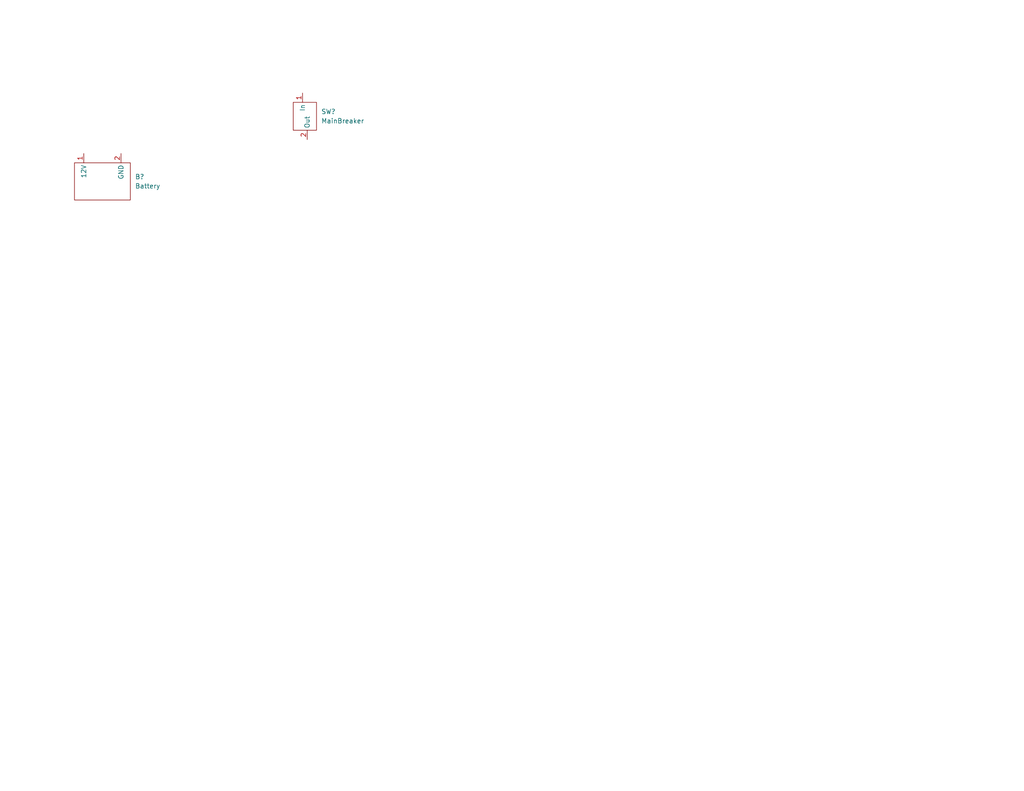
<source format=kicad_sch>
(kicad_sch (version 20211123) (generator eeschema)

  (uuid 9538e4ed-27e6-4c37-b989-9859dc0d49e8)

  (paper "A")

  (lib_symbols
    (symbol "FRC:Battery" (in_bom yes) (on_board yes)
      (property "Reference" "B" (id 0) (at 0 1.27 0)
        (effects (font (size 1.27 1.27)))
      )
      (property "Value" "Battery" (id 1) (at 0 -1.27 0)
        (effects (font (size 1.27 1.27)))
      )
      (property "Footprint" "" (id 2) (at 0 0 0)
        (effects (font (size 1.27 1.27)) hide)
      )
      (property "Datasheet" "" (id 3) (at 0 0 0)
        (effects (font (size 1.27 1.27)) hide)
      )
      (symbol "Battery_0_1"
        (rectangle (start -19.05 5.08) (end -3.81 -5.08)
          (stroke (width 0) (type default) (color 0 0 0 0))
          (fill (type none))
        )
      )
      (symbol "Battery_1_1"
        (pin output line (at -16.51 7.62 270) (length 2.54)
          (name "12V" (effects (font (size 1.27 1.27))))
          (number "1" (effects (font (size 1.27 1.27))))
        )
        (pin output line (at -6.35 7.62 270) (length 2.54)
          (name "GND" (effects (font (size 1.27 1.27))))
          (number "2" (effects (font (size 1.27 1.27))))
        )
      )
    )
    (symbol "FRC:MainBreaker" (in_bom yes) (on_board yes)
      (property "Reference" "SW" (id 0) (at 2.54 1.27 0)
        (effects (font (size 1.27 1.27)))
      )
      (property "Value" "MainBreaker" (id 1) (at 0 -1.27 0)
        (effects (font (size 1.27 1.27)) (justify left))
      )
      (property "Footprint" "" (id 2) (at 0 0 0)
        (effects (font (size 1.27 1.27)) hide)
      )
      (property "Datasheet" "" (id 3) (at 0 0 0)
        (effects (font (size 1.27 1.27)) hide)
      )
      (symbol "MainBreaker_0_1"
        (rectangle (start -7.62 3.81) (end -1.27 -3.81)
          (stroke (width 0) (type default) (color 0 0 0 0))
          (fill (type none))
        )
      )
      (symbol "MainBreaker_1_1"
        (pin input line (at -5.08 6.35 270) (length 2.54)
          (name "In" (effects (font (size 1.27 1.27))))
          (number "1" (effects (font (size 1.27 1.27))))
        )
        (pin output line (at -3.81 -6.35 90) (length 2.54)
          (name "Out" (effects (font (size 1.27 1.27))))
          (number "2" (effects (font (size 1.27 1.27))))
        )
      )
    )
  )


  (symbol (lib_id "FRC:MainBreaker") (at 87.63 31.75 0) (unit 1)
    (in_bom yes) (on_board yes) (fields_autoplaced)
    (uuid 13959b12-b9ec-4ba7-95a8-a4d537f5acd0)
    (property "Reference" "SW?" (id 0) (at 87.63 30.4799 0)
      (effects (font (size 1.27 1.27)) (justify left))
    )
    (property "Value" "MainBreaker" (id 1) (at 87.63 33.0199 0)
      (effects (font (size 1.27 1.27)) (justify left))
    )
    (property "Footprint" "" (id 2) (at 87.63 31.75 0)
      (effects (font (size 1.27 1.27)) hide)
    )
    (property "Datasheet" "" (id 3) (at 87.63 31.75 0)
      (effects (font (size 1.27 1.27)) hide)
    )
    (pin "1" (uuid b2d435e6-4d16-4810-84e0-24a100e67cf9))
    (pin "2" (uuid 18f456a7-ebe1-405b-b4a8-29fc0a5aca7f))
  )

  (symbol (lib_id "FRC:Battery") (at 39.37 49.53 0) (unit 1)
    (in_bom yes) (on_board yes) (fields_autoplaced)
    (uuid 440bc9bb-e4c4-494a-a8f3-70d3bf3ffa90)
    (property "Reference" "B?" (id 0) (at 36.83 48.2599 0)
      (effects (font (size 1.27 1.27)) (justify left))
    )
    (property "Value" "Battery" (id 1) (at 36.83 50.7999 0)
      (effects (font (size 1.27 1.27)) (justify left))
    )
    (property "Footprint" "" (id 2) (at 39.37 49.53 0)
      (effects (font (size 1.27 1.27)) hide)
    )
    (property "Datasheet" "" (id 3) (at 39.37 49.53 0)
      (effects (font (size 1.27 1.27)) hide)
    )
    (pin "1" (uuid ad8763d7-2c51-4b2c-af1b-f74180df75c7))
    (pin "2" (uuid 0afcbf6d-0083-427a-887e-260b2ae2926a))
  )

  (sheet_instances
    (path "/" (page "1"))
  )

  (symbol_instances
    (path "/440bc9bb-e4c4-494a-a8f3-70d3bf3ffa90"
      (reference "B?") (unit 1) (value "Battery") (footprint "")
    )
    (path "/13959b12-b9ec-4ba7-95a8-a4d537f5acd0"
      (reference "SW?") (unit 1) (value "MainBreaker") (footprint "")
    )
  )
)

</source>
